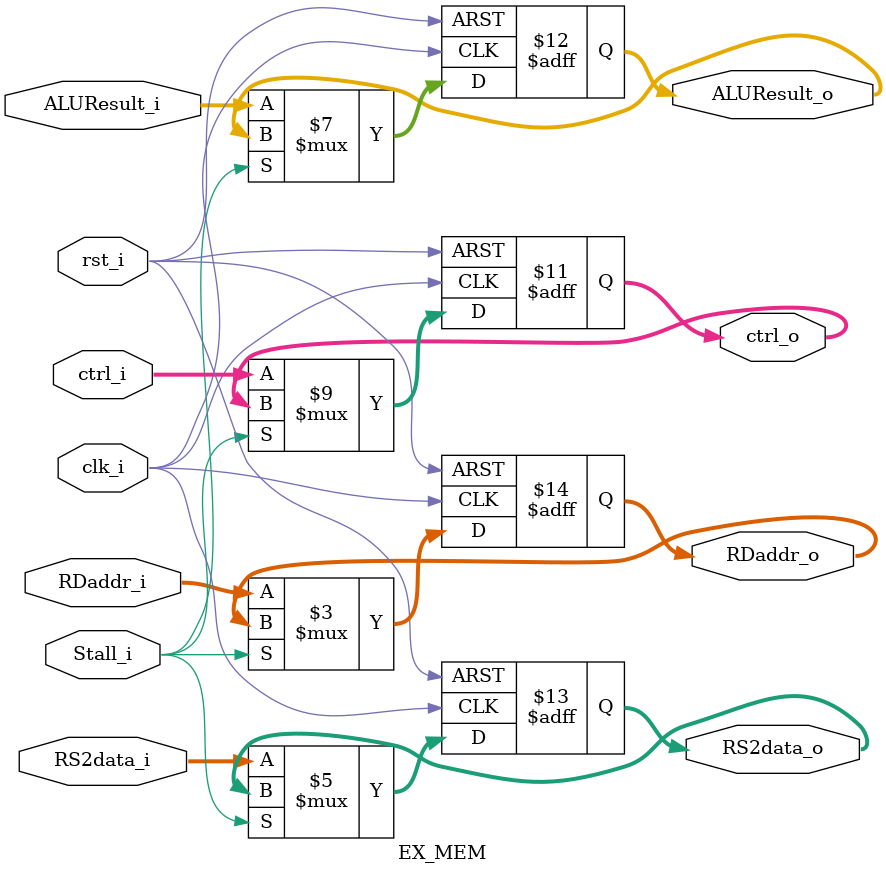
<source format=v>
module EX_MEM(
           clk_i,
           rst_i,
           ctrl_i,
           ctrl_o,
           ALUResult_i,
           ALUResult_o,
           RS2data_i,
           RS2data_o,
           RDaddr_i,
           RDaddr_o,
           Stall_i
       );

input clk_i, rst_i, Stall_i;
input [3: 0] ctrl_i;
output reg [3: 0] ctrl_o;
input signed [31: 0] ALUResult_i;
output reg signed [31: 0] ALUResult_o;
input signed [31: 0] RS2data_i;
output reg signed [31: 0] RS2data_o;
input [4: 0] RDaddr_i;
output reg [4: 0] RDaddr_o;

always @(posedge clk_i or posedge rst_i)begin
    if (rst_i)begin
        ctrl_o <= 4'b0;
        ALUResult_o <= 32'b0;
        RS2data_o <= 32'b0;
        RDaddr_o <= 5'b0;
    end
    else if (~Stall_i) begin
        ctrl_o <= ctrl_i;
        ALUResult_o <= ALUResult_i;
        RS2data_o <= RS2data_i;
        RDaddr_o <= RDaddr_i;
    end
end

endmodule

</source>
